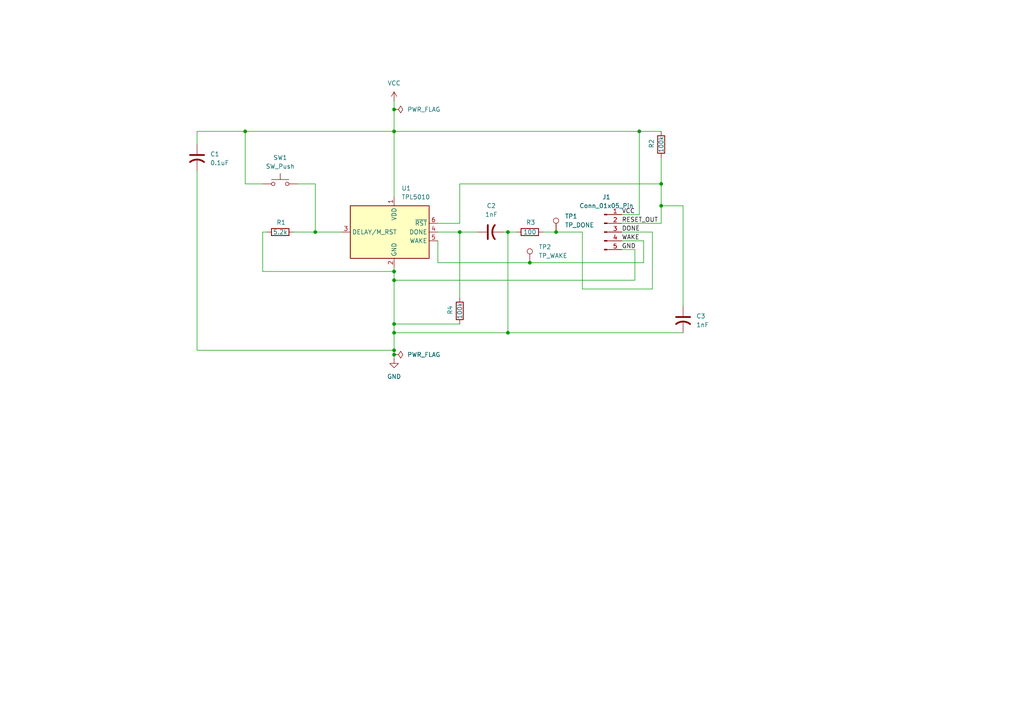
<source format=kicad_sch>
(kicad_sch (version 20250114) (generator "eeschema") (generator_version "9.0")
  (paper "A4")
  (lib_symbols
    (symbol "Connector:Conn_01x05_Pin" (pin_names (offset 1.016) (hide yes))
      (property "Reference" "J" (at 0 7.62 0))
      (property "Value" "Conn_01x05_Pin" (at 0 -7.62 0))
      (symbol "Conn_01x05_Pin_1_1"
        (rectangle (start 0.8636 5.207) (end 0 4.953) (stroke (width 0.1524)) (fill (type outline)))
        (rectangle (start 0.8636 2.667) (end 0 2.413) (stroke (width 0.1524)) (fill (type outline)))
        (rectangle (start 0.8636 0.127) (end 0 -0.127) (stroke (width 0.1524)) (fill (type outline)))
        (rectangle (start 0.8636 -2.413) (end 0 -2.667) (stroke (width 0.1524)) (fill (type outline)))
        (rectangle (start 0.8636 -4.953) (end 0 -5.207) (stroke (width 0.1524)) (fill (type outline)))
        (polyline (pts (xy 1.27 5.08) (xy 0.8636 5.08)) (stroke (width 0.1524)))
        (polyline (pts (xy 1.27 2.54) (xy 0.8636 2.54)) (stroke (width 0.1524)))
        (polyline (pts (xy 1.27 0) (xy 0.8636 0)) (stroke (width 0.1524)))
        (polyline (pts (xy 1.27 -2.54) (xy 0.8636 -2.54)) (stroke (width 0.1524)))
        (polyline (pts (xy 1.27 -5.08) (xy 0.8636 -5.08)) (stroke (width 0.1524)))
        (pin passive line (at 5.08 5.08 180) (length 3.81) (name "Pin_1") (number "1"))
        (pin passive line (at 5.08 2.54 180) (length 3.81) (name "Pin_2") (number "2"))
        (pin passive line (at 5.08 0 180) (length 3.81) (name "Pin_3") (number "3"))
        (pin passive line (at 5.08 -2.54 180) (length 3.81) (name "Pin_4") (number "4"))
        (pin passive line (at 5.08 -5.08 180) (length 3.81) (name "Pin_5") (number "5"))
      )
    )
    (symbol "Connector:TestPoint" (pin_numbers (hide yes)) (pin_names (offset 0.762) (hide yes))
      (property "Reference" "TP" (at 0 6.858 0))
      (property "Value" "TestPoint" (at 0 5.08 0))
      (symbol "TestPoint_0_1"
        (circle (center 0 3.302) (radius 0.762))
      )
      (symbol "TestPoint_1_1"
        (pin passive line (at 0 0 90) (length 2.54) (name "1") (number "1"))
      )
    )
    (symbol "Device:C_US" (pin_numbers (hide yes)) (pin_names (offset 0.254) (hide yes))
      (property "Reference" "C" (at 0.635 2.54 0))
      (property "Value" "C_US" (at 0.635 -2.54 0))
      (symbol "C_US_0_1"
        (polyline (pts (xy -2.032 0.762) (xy 2.032 0.762)) (stroke (width 0.508)))
        (arc (start -2.032 -1.27) (mid 0 -0.5572) (end 2.032 -1.27) (stroke (width 0.508)))
      )
      (symbol "C_US_1_1"
        (pin passive line (at 0 3.81 270) (length 2.794) (name "~") (number "1"))
        (pin passive line (at 0 -3.81 90) (length 3.302) (name "~") (number "2"))
      )
    )
    (symbol "Device:R" (pin_numbers (hide yes)) (pin_names (offset 0))
      (property "Reference" "R" (at 2.032 0 90))
      (property "Value" "R" (at 0 0 90))
      (symbol "R_0_1"
        (rectangle (start -1.016 -2.54) (end 1.016 2.54) (stroke (width 0.254)))
      )
      (symbol "R_1_1"
        (pin passive line (at 0 3.81 270) (length 1.27) (name "~") (number "1"))
        (pin passive line (at 0 -3.81 90) (length 1.27) (name "~") (number "2"))
      )
    )
    (symbol "Switch:SW_Push" (pin_numbers (hide yes)) (pin_names (offset 1.016) (hide yes))
      (property "Reference" "SW" (at 1.27 2.54 0))
      (property "Value" "SW_Push" (at 0 -1.524 0))
      (symbol "SW_Push_0_1"
        (circle (center -2.032 0) (radius 0.508))
        (polyline (pts (xy 0 1.27) (xy 0 3.048)))
        (circle (center 2.032 0) (radius 0.508))
        (polyline (pts (xy 2.54 1.27) (xy -2.54 1.27)))
        (pin passive line (at -5.08 0 0) (length 2.54) (name "1") (number "1"))
        (pin passive line (at 5.08 0 180) (length 2.54) (name "2") (number "2"))
      )
    )
    (symbol "Timer:TPL5010"
      (property "Reference" "U" (at -8.89 8.89 0))
      (property "Value" "TPL5010" (at 6.35 8.89 0))
      (symbol "TPL5010_0_1"
        (rectangle (start -12.7 7.62) (end 10.16 -7.62) (stroke (width 0.254)) (fill (type background)))
      )
      (symbol "TPL5010_1_1"
        (pin input line (at -15.24 0 0) (length 2.54) (name "DELAY/M_RST") (number "3"))
        (pin power_in line (at 0 10.16 270) (length 2.54) (name "VDD") (number "1"))
        (pin power_in line (at 0 -10.16 90) (length 2.54) (name "GND") (number "2"))
        (pin open_collector line (at 12.7 2.54 180) (length 2.54) (name "~{RST}") (number "6"))
        (pin input line (at 12.7 0 180) (length 2.54) (name "DONE") (number "4"))
        (pin output line (at 12.7 -2.54 180) (length 2.54) (name "WAKE") (number "5"))
      )
    )
    (symbol "power:GND" (power) (pin_numbers (hide yes)) (pin_names (offset 0) (hide yes))
      (property "Value" "GND" (at 0 -3.81 0))
      (symbol "GND_0_1"
        (polyline (pts (xy 0 0) (xy 0 -1.27) (xy 1.27 -1.27) (xy 0 -2.54) (xy -1.27 -1.27) (xy 0 -1.27)))
      )
      (symbol "GND_1_1"
        (pin power_in line (at 0 0 270) (length 0) (name "~") (number "1"))
      )
    )
    (symbol "power:PWR_FLAG" (power) (pin_numbers (hide yes)) (pin_names (offset 0) (hide yes))
      (property "Value" "PWR_FLAG" (at 0 3.81 0))
      (symbol "PWR_FLAG_0_0"
        (pin power_out line (at 0 0 90) (length 0) (name "~") (number "1"))
      )
      (symbol "PWR_FLAG_0_1"
        (polyline (pts (xy 0 0) (xy 0 1.27) (xy -1.016 1.905) (xy 0 2.54) (xy 1.016 1.905) (xy 0 1.27)))
      )
    )
    (symbol "power:VCC" (power) (pin_numbers (hide yes)) (pin_names (offset 0) (hide yes))
      (property "Value" "VCC" (at 0 3.556 0))
      (symbol "VCC_0_1"
        (polyline (pts (xy -0.762 1.27) (xy 0 2.54)))
        (polyline (pts (xy 0 2.54) (xy 0.762 1.27)))
        (polyline (pts (xy 0 0) (xy 0 2.54)))
      )
      (symbol "VCC_1_1"
        (pin power_in line (at 0 0 90) (length 0) (name "~") (number "1"))
      )
    )
  )
  (junction (at 161.29 67.31))
  (junction (at 133.35 67.31))
  (junction (at 191.77 53.34))
  (junction (at 71.12 38.1))
  (junction (at 114.3 38.1))
  (junction (at 191.77 59.69))
  (junction (at 114.3 93.98))
  (junction (at 114.3 101.6))
  (junction (at 114.3 102.87))
  (junction (at 114.3 96.52))
  (junction (at 114.3 78.74))
  (junction (at 114.3 31.75))
  (junction (at 147.32 96.52))
  (junction (at 114.3 81.28))
  (junction (at 153.67 76.2))
  (junction (at 147.32 67.31))
  (junction (at 185.42 38.1))
  (junction (at 91.44 67.31))
  (wire (pts (xy 114.3 38.1) (xy 114.3 57.15)))
  (wire (pts (xy 127 76.2) (xy 127 69.85)))
  (wire (pts (xy 76.2 67.31) (xy 76.2 78.74)))
  (wire (pts (xy 133.35 67.31) (xy 138.43 67.31)))
  (wire (pts (xy 57.15 101.6) (xy 114.3 101.6)))
  (wire (pts (xy 185.42 38.1) (xy 191.77 38.1)))
  (wire (pts (xy 71.12 53.34) (xy 71.12 38.1)))
  (wire (pts (xy 180.34 62.23) (xy 185.42 62.23)))
  (wire (pts (xy 147.32 67.31) (xy 149.86 67.31)))
  (wire (pts (xy 91.44 53.34) (xy 91.44 67.31)))
  (wire (pts (xy 191.77 59.69) (xy 191.77 53.34)))
  (wire (pts (xy 114.3 31.75) (xy 114.3 38.1)))
  (wire (pts (xy 180.34 67.31) (xy 189.23 67.31)))
  (wire (pts (xy 114.3 78.74) (xy 114.3 81.28)))
  (wire (pts (xy 85.09 67.31) (xy 91.44 67.31)))
  (wire (pts (xy 57.15 41.91) (xy 57.15 38.1)))
  (wire (pts (xy 191.77 53.34) (xy 191.77 45.72)))
  (wire (pts (xy 180.34 64.77) (xy 191.77 64.77)))
  (wire (pts (xy 114.3 96.52) (xy 114.3 101.6)))
  (wire (pts (xy 180.34 69.85) (xy 186.69 69.85)))
  (wire (pts (xy 114.3 93.98) (xy 133.35 93.98)))
  (wire (pts (xy 186.69 69.85) (xy 186.69 76.2)))
  (wire (pts (xy 133.35 67.31) (xy 133.35 86.36)))
  (wire (pts (xy 133.35 64.77) (xy 133.35 53.34)))
  (wire (pts (xy 198.12 88.9) (xy 198.12 59.69)))
  (wire (pts (xy 114.3 77.47) (xy 114.3 78.74)))
  (wire (pts (xy 147.32 96.52) (xy 198.12 96.52)))
  (wire (pts (xy 161.29 67.31) (xy 157.48 67.31)))
  (wire (pts (xy 114.3 81.28) (xy 114.3 93.98)))
  (wire (pts (xy 71.12 38.1) (xy 114.3 38.1)))
  (wire (pts (xy 147.32 67.31) (xy 147.32 96.52)))
  (wire (pts (xy 185.42 62.23) (xy 185.42 38.1)))
  (wire (pts (xy 91.44 67.31) (xy 99.06 67.31)))
  (wire (pts (xy 146.05 67.31) (xy 147.32 67.31)))
  (wire (pts (xy 114.3 29.21) (xy 114.3 31.75)))
  (wire (pts (xy 76.2 78.74) (xy 114.3 78.74)))
  (wire (pts (xy 127 76.2) (xy 153.67 76.2)))
  (wire (pts (xy 77.47 67.31) (xy 76.2 67.31)))
  (wire (pts (xy 168.91 67.31) (xy 161.29 67.31)))
  (wire (pts (xy 86.36 53.34) (xy 91.44 53.34)))
  (wire (pts (xy 114.3 102.87) (xy 114.3 104.14)))
  (wire (pts (xy 127 67.31) (xy 133.35 67.31)))
  (wire (pts (xy 114.3 38.1) (xy 185.42 38.1)))
  (wire (pts (xy 127 64.77) (xy 133.35 64.77)))
  (wire (pts (xy 191.77 64.77) (xy 191.77 59.69)))
  (wire (pts (xy 76.2 53.34) (xy 71.12 53.34)))
  (wire (pts (xy 133.35 53.34) (xy 191.77 53.34)))
  (wire (pts (xy 114.3 101.6) (xy 114.3 102.87)))
  (wire (pts (xy 114.3 93.98) (xy 114.3 96.52)))
  (wire (pts (xy 184.15 72.39) (xy 184.15 81.28)))
  (wire (pts (xy 57.15 49.53) (xy 57.15 101.6)))
  (wire (pts (xy 168.91 83.82) (xy 168.91 67.31)))
  (wire (pts (xy 184.15 81.28) (xy 114.3 81.28)))
  (wire (pts (xy 189.23 67.31) (xy 189.23 83.82)))
  (wire (pts (xy 198.12 59.69) (xy 191.77 59.69)))
  (wire (pts (xy 57.15 38.1) (xy 71.12 38.1)))
  (wire (pts (xy 180.34 72.39) (xy 184.15 72.39)))
  (wire (pts (xy 189.23 83.82) (xy 168.91 83.82)))
  (wire (pts (xy 114.3 96.52) (xy 147.32 96.52)))
  (wire (pts (xy 153.67 76.2) (xy 186.69 76.2)))
  (label "DONE" (at 180.34 67.31 0))
  (label "VCC" (at 180.34 62.23 0))
  (label "GND" (at 180.34 72.39 0))
  (label "WAKE" (at 180.34 69.85 0))
  (label "RESET_OUT" (at 180.34 64.77 0))
  (symbol (lib_id "Device:R") (at 153.67 67.31 90) (unit 1)
    (property "Reference" "R3" (at 153.924 64.516 90))
    (property "Value" "100" (at 153.67 67.31 90))
    (property "Description" "Resistor" (effects (hide yes)))
  )
  (symbol (lib_id "Switch:SW_Push") (at 81.28 53.34 0) (unit 1)
    (property "Reference" "SW1" (at 81.28 45.72 0))
    (property "Value" "SW_Push" (at 81.28 48.26 0))
    (property "Description" "Push button switch, generic, two pins" (effects (hide yes)))
  )
  (symbol (lib_id "power:GND") (at 114.3 104.14 0) (unit 1)
    (property "Reference" "#PWR01" (effects (hide yes)))
    (property "Value" "GND" (at 114.3 109.22 0))
    (property "Description" "Power symbol creates a global label with name \"GND\" , ground" (effects (hide yes)))
  )
  (symbol (lib_id "Timer:TPL5010") (at 114.3 67.31 0) (unit 1)
    (property "Reference" "U1" (at 116.4433 54.61 0) (effects (justify left)))
    (property "Value" "TPL5010" (at 116.4433 57.15 0) (effects (justify left)))
    (property "Footprint" "Package_TO_SOT_SMD:SOT-23-6" (effects (hide yes)))
    (property "Datasheet" "http://www.ti.com/lit/ds/symlink/tpl5010.pdf" (effects (hide yes)))
    (property "Description" "Timer, Nano Power, Watchdog, 35 nA, 100 ms to 7200 s, VDD 1.8V to 5.5V, Iout max 1mA" (effects (hide yes)))
  )
  (symbol (lib_id "Device:R") (at 191.77 41.91 180) (unit 1)
    (property "Reference" "R2" (at 188.976 41.656 90))
    (property "Value" "100k" (at 191.77 41.91 90))
    (property "Description" "Resistor" (effects (hide yes)))
  )
  (symbol (lib_id "Device:R") (at 133.35 90.17 180) (unit 1)
    (property "Reference" "R4" (at 130.556 89.916 90))
    (property "Value" "100k" (at 133.35 90.17 90))
    (property "Description" "Resistor" (effects (hide yes)))
  )
  (symbol (lib_id "Device:C_US") (at 198.12 92.71 0) (unit 1)
    (property "Reference" "C3" (at 201.93 91.6939 0) (effects (justify left)))
    (property "Value" "1nF" (at 201.93 94.2339 0) (effects (justify left)))
    (property "Description" "capacitor, US symbol" (effects (hide yes)))
  )
  (symbol (lib_id "power:VCC") (at 114.3 29.21 0) (unit 1)
    (property "Reference" "#PWR02" (effects (hide yes)))
    (property "Value" "VCC" (at 114.3 24.13 0))
    (property "Description" "Power symbol creates a global label with name \"VCC\"" (effects (hide yes)))
  )
  (symbol (lib_id "power:PWR_FLAG") (at 114.3 31.75 270) (unit 1)
    (property "Reference" "#FLG01" (effects (hide yes)))
    (property "Value" "PWR_FLAG" (at 118.11 31.7499 90) (effects (justify left)))
    (property "Description" "Special symbol for telling ERC where power comes from" (effects (hide yes)))
  )
  (symbol (lib_id "Device:C_US") (at 142.24 67.31 90) (unit 1)
    (property "Reference" "C2" (at 142.494 59.69 90))
    (property "Value" "1nF" (at 142.494 62.23 90))
    (property "Description" "capacitor, US symbol" (effects (hide yes)))
  )
  (symbol (lib_id "Connector:TestPoint") (at 161.29 67.31 0) (unit 1)
    (property "Reference" "TP1" (at 163.83 62.7379 0) (effects (justify left)))
    (property "Value" "TP_DONE" (at 163.83 65.2779 0) (effects (justify left)))
    (property "Description" "test point" (effects (hide yes)))
  )
  (symbol (lib_id "Connector:TestPoint") (at 153.67 76.2 0) (unit 1)
    (property "Reference" "TP2" (at 156.21 71.6279 0) (effects (justify left)))
    (property "Value" "TP_WAKE" (at 156.21 74.1679 0) (effects (justify left)))
    (property "Description" "test point" (effects (hide yes)))
  )
  (symbol (lib_id "power:PWR_FLAG") (at 114.3 102.87 270) (unit 1)
    (property "Reference" "#FLG02" (effects (hide yes)))
    (property "Value" "PWR_FLAG" (at 118.11 102.8699 90) (effects (justify left)))
    (property "Description" "Special symbol for telling ERC where power comes from" (effects (hide yes)))
  )
  (symbol (lib_id "Connector:Conn_01x05_Pin") (at 175.26 67.31 0) (unit 1)
    (property "Reference" "J1" (at 175.895 57.15 0))
    (property "Value" "Conn_01x05_Pin" (at 175.895 59.69 0))
    (property "Description" "Generic connector, single row, 01x05, script generated" (effects (hide yes)))
  )
  (symbol (lib_id "Device:C_US") (at 57.15 45.72 0) (unit 1)
    (property "Reference" "C1" (at 60.96 44.7039 0) (effects (justify left)))
    (property "Value" "0.1uF" (at 60.96 47.2439 0) (effects (justify left)))
    (property "Description" "capacitor, US symbol" (effects (hide yes)))
  )
  (symbol (lib_id "Device:R") (at 81.28 67.31 90) (unit 1)
    (property "Reference" "R1" (at 81.534 64.516 90))
    (property "Value" "5.2k" (at 81.28 67.31 90))
    (property "Description" "Resistor" (effects (hide yes)))
  )
)
</source>
